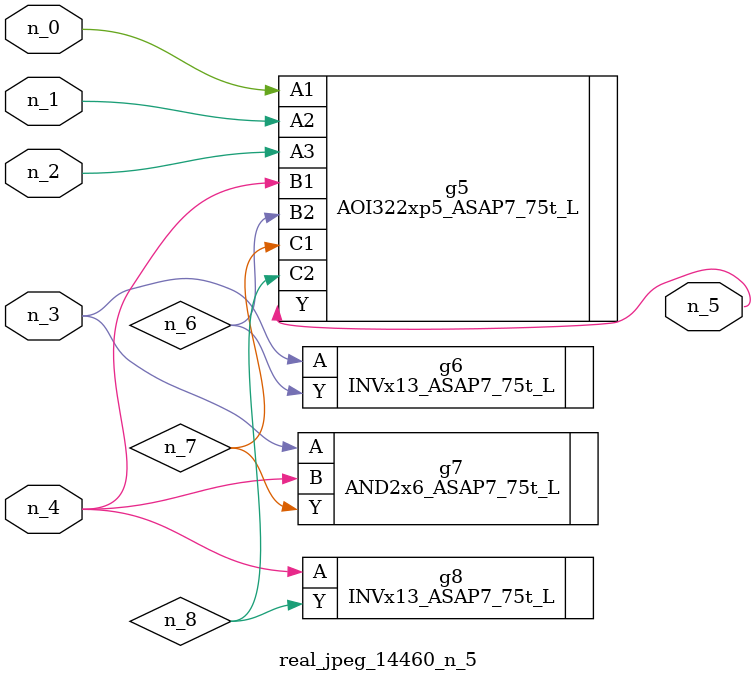
<source format=v>
module real_jpeg_14460_n_5 (n_4, n_0, n_1, n_2, n_3, n_5);

input n_4;
input n_0;
input n_1;
input n_2;
input n_3;

output n_5;

wire n_8;
wire n_6;
wire n_7;

AOI322xp5_ASAP7_75t_L g5 ( 
.A1(n_0),
.A2(n_1),
.A3(n_2),
.B1(n_4),
.B2(n_6),
.C1(n_7),
.C2(n_8),
.Y(n_5)
);

INVx13_ASAP7_75t_L g6 ( 
.A(n_3),
.Y(n_6)
);

AND2x6_ASAP7_75t_L g7 ( 
.A(n_3),
.B(n_4),
.Y(n_7)
);

INVx13_ASAP7_75t_L g8 ( 
.A(n_4),
.Y(n_8)
);


endmodule
</source>
